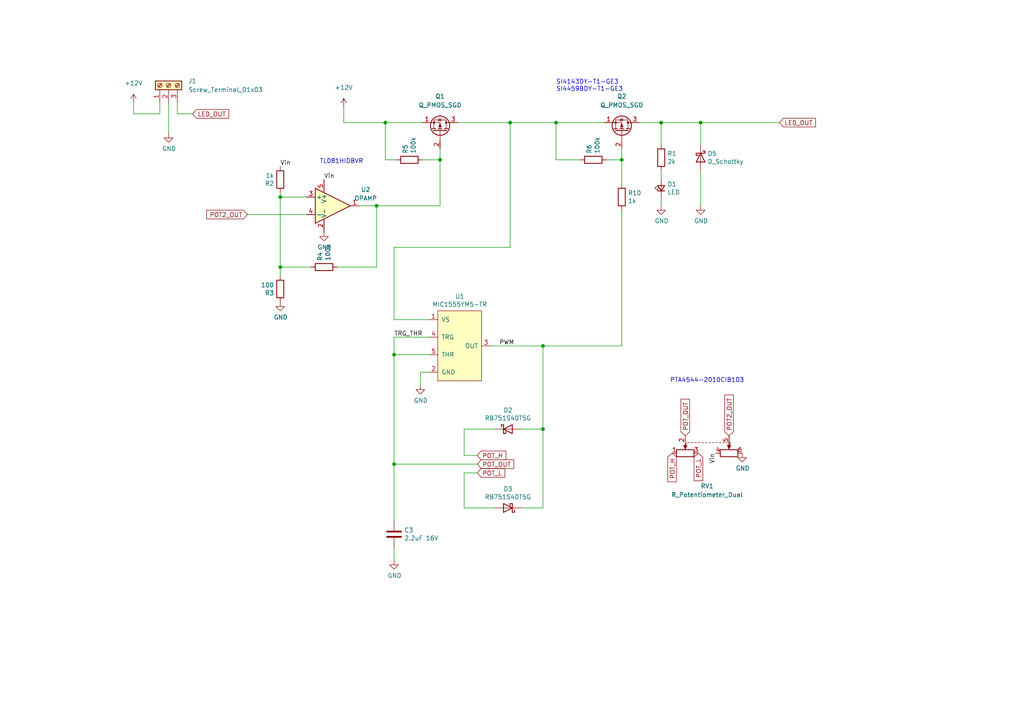
<source format=kicad_sch>
(kicad_sch (version 20211123) (generator eeschema)
  (paper "A4")
  (title_block (title "LED Driver MIDI Fuse Size") (date "2021-03-20") (rev "1") (company "Autonomous WaveRunner") (comment 1 "Noel Daneilsson"))
  (lib_symbols
    (symbol "Connector:Screw_Terminal_01x03" (pin_names (offset 1.016) hide)
      (property "Reference" "J" (at 0 5.08 0))
      (property "Value" "Screw_Terminal_01x03" (at 0 -5.08 0))
      (symbol "Screw_Terminal_01x03_1_1"
        (rectangle (start -1.27 3.81) (end 1.27 -3.81) (stroke (width 0.254)) (fill (type background)))
        (circle (center 0 -2.54) (radius 0.635) (stroke (width 0.1524)))
        (polyline (pts (xy -0.5334 -2.2098) (xy 0.3302 -3.048)) (stroke (width 0.1524)))
        (polyline (pts (xy -0.5334 0.3302) (xy 0.3302 -0.508)) (stroke (width 0.1524)))
        (polyline (pts (xy -0.5334 2.8702) (xy 0.3302 2.032)) (stroke (width 0.1524)))
        (polyline (pts (xy -0.3556 -2.032) (xy 0.508 -2.8702)) (stroke (width 0.1524)))
        (polyline (pts (xy -0.3556 0.508) (xy 0.508 -0.3302)) (stroke (width 0.1524)))
        (polyline (pts (xy -0.3556 3.048) (xy 0.508 2.2098)) (stroke (width 0.1524)))
        (circle (center 0 0) (radius 0.635) (stroke (width 0.1524)))
        (circle (center 0 2.54) (radius 0.635) (stroke (width 0.1524)))
        (pin passive line (at -5.08 2.54 0) (length 3.81) (name "Pin_1") (number "1"))
        (pin passive line (at -5.08 0 0) (length 3.81) (name "Pin_2") (number "2"))
        (pin passive line (at -5.08 -2.54 0) (length 3.81) (name "Pin_3") (number "3"))
      )
    )
    (symbol "Device:C" (pin_numbers hide) (pin_names (offset 0.254))
      (property "Reference" "C" (at 0.635 2.54 0))
      (property "Value" "C" (at 0.635 -2.54 0))
      (symbol "C_0_1"
        (polyline (pts (xy -2.032 -0.762) (xy 2.032 -0.762)) (stroke (width 0.508)))
        (polyline (pts (xy -2.032 0.762) (xy 2.032 0.762)) (stroke (width 0.508)))
      )
      (symbol "C_1_1"
        (pin passive line (at 0 3.81 270) (length 2.794) (name "~") (number "1"))
        (pin passive line (at 0 -3.81 90) (length 2.794) (name "~") (number "2"))
      )
    )
    (symbol "Device:D_Schottky" (pin_numbers hide) (pin_names (offset 1.016) hide)
      (property "Reference" "D" (at 0 2.54 0))
      (property "Value" "D_Schottky" (at 0 -2.54 0))
      (symbol "D_Schottky_0_1"
        (polyline (pts (xy 1.27 0) (xy -1.27 0)))
        (polyline (pts (xy 1.27 1.27) (xy 1.27 -1.27) (xy -1.27 0) (xy 1.27 1.27)) (stroke (width 0.254)))
        (polyline (pts (xy -1.905 0.635) (xy -1.905 1.27) (xy -1.27 1.27) (xy -1.27 -1.27) (xy -0.635 -1.27) (xy -0.635 -0.635)) (stroke (width 0.254)))
      )
      (symbol "D_Schottky_1_1"
        (pin passive line (at -3.81 0 0) (length 2.54) (name "K") (number "1"))
        (pin passive line (at 3.81 0 180) (length 2.54) (name "A") (number "2"))
      )
    )
    (symbol "Device:LED_Small" (pin_numbers hide) (pin_names (offset 0.254) hide)
      (property "Reference" "D" (at -1.27 3.175 0))
      (property "Value" "LED_Small" (at -4.445 -2.54 0))
      (symbol "LED_Small_0_1"
        (polyline (pts (xy -0.762 -1.016) (xy -0.762 1.016)) (stroke (width 0.254)))
        (polyline (pts (xy 1.016 0) (xy -0.762 0)))
        (polyline (pts (xy 0.762 -1.016) (xy -0.762 0) (xy 0.762 1.016) (xy 0.762 -1.016)) (stroke (width 0.254)))
        (polyline (pts (xy 0 0.762) (xy -0.508 1.27) (xy -0.254 1.27) (xy -0.508 1.27) (xy -0.508 1.016)))
        (polyline (pts (xy 0.508 1.27) (xy 0 1.778) (xy 0.254 1.778) (xy 0 1.778) (xy 0 1.524)))
      )
      (symbol "LED_Small_1_1"
        (pin passive line (at -2.54 0 0) (length 1.778) (name "K") (number "1"))
        (pin passive line (at 2.54 0 180) (length 1.778) (name "A") (number "2"))
      )
    )
    (symbol "Device:Q_PMOS_SGD" (pin_names (offset 0) hide)
      (property "Reference" "Q" (at 5.08 1.27 0))
      (property "Value" "Q_PMOS_SGD" (at 5.08 -1.27 0))
      (symbol "Q_PMOS_SGD_0_1"
        (polyline (pts (xy 0.254 0) (xy -2.54 0)))
        (polyline (pts (xy 0.254 1.905) (xy 0.254 -1.905)) (stroke (width 0.254)))
        (polyline (pts (xy 0.762 -1.27) (xy 0.762 -2.286)) (stroke (width 0.254)))
        (polyline (pts (xy 0.762 0.508) (xy 0.762 -0.508)) (stroke (width 0.254)))
        (polyline (pts (xy 0.762 2.286) (xy 0.762 1.27)) (stroke (width 0.254)))
        (polyline (pts (xy 2.54 2.54) (xy 2.54 1.778)))
        (polyline (pts (xy 2.54 -2.54) (xy 2.54 0) (xy 0.762 0)))
        (polyline (pts (xy 0.762 1.778) (xy 3.302 1.778) (xy 3.302 -1.778) (xy 0.762 -1.778)))
        (polyline (pts (xy 2.286 0) (xy 1.27 0.381) (xy 1.27 -0.381) (xy 2.286 0)) (fill (type outline)))
        (polyline (pts (xy 2.794 -0.508) (xy 2.921 -0.381) (xy 3.683 -0.381) (xy 3.81 -0.254)))
        (polyline (pts (xy 3.302 -0.381) (xy 2.921 0.254) (xy 3.683 0.254) (xy 3.302 -0.381)))
        (circle (center 1.651 0) (radius 2.794) (stroke (width 0.254)))
        (circle (center 2.54 -1.778) (radius 0.254) (fill (type outline)))
        (circle (center 2.54 1.778) (radius 0.254) (fill (type outline)))
      )
      (symbol "Q_PMOS_SGD_1_1"
        (pin passive line (at 2.54 -5.08 90) (length 2.54) (name "S") (number "1"))
        (pin input line (at -5.08 0 0) (length 2.54) (name "G") (number "2"))
        (pin passive line (at 2.54 5.08 270) (length 2.54) (name "D") (number "3"))
      )
    )
    (symbol "Device:R" (pin_numbers hide) (pin_names (offset 0))
      (property "Reference" "R" (at 2.032 0 90))
      (property "Value" "R" (at 0 0 90))
      (symbol "R_0_1"
        (rectangle (start -1.016 -2.54) (end 1.016 2.54) (stroke (width 0.254)))
      )
      (symbol "R_1_1"
        (pin passive line (at 0 3.81 270) (length 1.27) (name "~") (number "1"))
        (pin passive line (at 0 -3.81 90) (length 1.27) (name "~") (number "2"))
      )
    )
    (symbol "Device:R_Potentiometer_Dual" (pin_names (offset 1.016) hide)
      (property "Reference" "RV" (at 0 3.81 0))
      (property "Value" "R_Potentiometer_Dual" (at 0 1.905 0))
      (symbol "R_Potentiometer_Dual_0_1"
        (rectangle (start -8.89 -1.524) (end -3.81 -3.556) (stroke (width 0.254)))
        (polyline (pts (xy -6.35 0) (xy -6.35 -1.016)))
        (polyline (pts (xy -6.35 0) (xy -6.35 -1.016)))
        (polyline (pts (xy -6.35 0) (xy -5.842 0.508)))
        (polyline (pts (xy -5.588 0.508) (xy -5.08 0.508)))
        (polyline (pts (xy -4.572 0.508) (xy -4.064 0.508)))
        (polyline (pts (xy -3.556 0.508) (xy -3.048 0.508)))
        (polyline (pts (xy -2.54 0.508) (xy -2.032 0.508)))
        (polyline (pts (xy -1.524 0.508) (xy -1.016 0.508)))
        (polyline (pts (xy -0.508 0.508) (xy 0 0.508)))
        (polyline (pts (xy 0.508 0.508) (xy 1.016 0.508)))
        (polyline (pts (xy 1.524 0.508) (xy 2.032 0.508)))
        (polyline (pts (xy 2.54 0.508) (xy 3.048 0.508)))
        (polyline (pts (xy 3.556 0.508) (xy 4.064 0.508)))
        (polyline (pts (xy 4.572 0.508) (xy 5.08 0.508)))
        (polyline (pts (xy 5.588 0.508) (xy 6.096 0.508)))
        (polyline (pts (xy 6.35 0) (xy 6.35 -1.016)))
        (polyline (pts (xy 6.35 0) (xy 6.35 -1.016)))
        (polyline (pts (xy 6.604 0.508) (xy 6.858 0.508) (xy 6.35 0)))
        (polyline (pts (xy -6.35 -1.397) (xy -6.858 -0.254) (xy -5.842 -0.254) (xy -6.35 -1.397)) (fill (type outline)))
        (polyline (pts (xy 6.35 -1.397) (xy 5.842 -0.254) (xy 6.858 -0.254) (xy 6.35 -1.397)) (fill (type outline)))
        (rectangle (start 3.81 -1.524) (end 8.89 -3.556) (stroke (width 0.254)))
      )
      (symbol "R_Potentiometer_Dual_1_1"
        (pin passive line (at -10.16 -2.54 0) (length 1.27) (name "1") (number "1"))
        (pin passive line (at -6.35 2.54 270) (length 2.54) (name "2") (number "2"))
        (pin passive line (at -2.54 -2.54 180) (length 1.27) (name "3") (number "3"))
        (pin passive line (at 2.54 -2.54 0) (length 1.27) (name "4") (number "4"))
        (pin passive line (at 6.35 2.54 270) (length 2.54) (name "5") (number "5"))
        (pin passive line (at 10.16 -2.54 180) (length 1.27) (name "6") (number "6"))
      )
    )
    (symbol "led_dimmer:OPAMP" (pin_names (offset 0.254))
      (property "Reference" "U" (at 3.81 3.175 0))
      (property "Value" "OPAMP" (at 3.81 -3.175 0))
      (symbol "OPAMP_0_1"
        (polyline (pts (xy 5.08 0) (xy -5.08 5.08) (xy -5.08 -5.08) (xy 5.08 0)) (stroke (width 0.254)) (fill (type background)))
      )
      (symbol "OPAMP_1_1"
        (pin output line (at 7.62 0 180) (length 2.54) (name "~") (number "1"))
        (pin power_in line (at -2.54 -7.62 90) (length 3.81) (name "V-") (number "2"))
        (pin input line (at -7.62 2.54 0) (length 2.54) (name "+") (number "3"))
        (pin input line (at -7.62 -2.54 0) (length 2.54) (name "-") (number "4"))
        (pin power_in line (at -2.54 7.62 270) (length 3.81) (name "V+") (number "5"))
      )
    )
    (symbol "local:MIC1555YM5-TR" (pin_names (offset 1.016))
      (property "Reference" "U" (at -6.35 1.27 0))
      (property "Value" "MIC1555YM5-TR" (at -6.35 -21.59 0))
      (symbol "MIC1555YM5-TR_0_1"
        (rectangle (start -6.35 0) (end 6.35 -20.32) (fill (type background)))
      )
      (symbol "MIC1555YM5-TR_1_1"
        (pin power_in line (at -8.89 -2.54 0) (length 2.54) (name "VS") (number "1"))
        (pin power_in line (at -8.89 -17.78 0) (length 2.54) (name "GND") (number "2"))
        (pin output line (at 8.89 -10.16 180) (length 2.54) (name "OUT") (number "3"))
        (pin input line (at -8.89 -7.62 0) (length 2.54) (name "TRG") (number "4"))
        (pin input line (at -8.89 -12.7 0) (length 2.54) (name "THR") (number "5"))
      )
    )
    (symbol "power:+12V" (power) (pin_names (offset 0))
      (property "Value" "+12V" (at 0 3.556 0))
      (symbol "+12V_0_1"
        (polyline (pts (xy -0.762 1.27) (xy 0 2.54)))
        (polyline (pts (xy 0 0) (xy 0 2.54)))
        (polyline (pts (xy 0 2.54) (xy 0.762 1.27)))
      )
      (symbol "+12V_1_1"
        (pin power_in line (at 0 0 90) (length 0) hide (name "+12V") (number "1"))
      )
    )
    (symbol "power:GND" (power) (pin_names (offset 0))
      (property "Value" "GND" (at 0 -3.81 0))
      (symbol "GND_0_1"
        (polyline (pts (xy 0 0) (xy 0 -1.27) (xy 1.27 -1.27) (xy 0 -2.54) (xy -1.27 -1.27) (xy 0 -1.27)))
      )
      (symbol "GND_1_1"
        (pin power_in line (at 0 0 270) (length 0) hide (name "GND") (number "1"))
      )
    )
  )
  (junction (at 157.48 124.46))
  (junction (at 161.29 35.56))
  (junction (at 114.3 102.87))
  (junction (at 114.3 134.62))
  (junction (at 147.955 35.56))
  (junction (at 203.2 35.56))
  (junction (at 111.76 35.56))
  (junction (at 109.22 59.69))
  (junction (at 81.28 57.15))
  (junction (at 81.28 77.47))
  (junction (at 127.635 46.355))
  (junction (at 157.48 100.33))
  (junction (at 180.34 46.355))
  (junction (at 191.77 35.56))
  (wire (pts (xy 157.48 100.33) (xy 180.34 100.33)))
  (wire (pts (xy 97.79 77.47) (xy 109.22 77.47)))
  (wire (pts (xy 48.895 29.845) (xy 48.895 38.735)))
  (wire (pts (xy 161.29 35.56) (xy 175.26 35.56)))
  (wire (pts (xy 114.3 71.755) (xy 147.955 71.755)))
  (wire (pts (xy 203.2 35.56) (xy 226.06 35.56)))
  (wire (pts (xy 81.28 57.15) (xy 81.28 77.47)))
  (wire (pts (xy 161.29 46.355) (xy 161.29 35.56)))
  (wire (pts (xy 111.76 46.355) (xy 111.76 35.56)))
  (wire (pts (xy 38.735 33.02) (xy 46.355 33.02)))
  (wire (pts (xy 121.92 111.76) (xy 121.92 107.95)))
  (wire (pts (xy 203.2 59.69) (xy 203.2 49.53)))
  (wire (pts (xy 109.22 77.47) (xy 109.22 59.69)))
  (wire (pts (xy 114.935 46.355) (xy 111.76 46.355)))
  (wire (pts (xy 122.555 35.56) (xy 111.76 35.56)))
  (wire (pts (xy 175.895 46.355) (xy 180.34 46.355)))
  (wire (pts (xy 134.62 132.08) (xy 138.43 132.08)))
  (wire (pts (xy 114.3 158.75) (xy 114.3 162.56)))
  (wire (pts (xy 191.77 35.56) (xy 203.2 35.56)))
  (wire (pts (xy 71.755 62.23) (xy 88.9 62.23)))
  (wire (pts (xy 203.2 41.91) (xy 203.2 35.56)))
  (wire (pts (xy 157.48 124.46) (xy 151.13 124.46)))
  (wire (pts (xy 151.13 147.32) (xy 157.48 147.32)))
  (wire (pts (xy 111.76 35.56) (xy 99.695 35.56)))
  (wire (pts (xy 122.555 46.355) (xy 127.635 46.355)))
  (wire (pts (xy 46.355 33.02) (xy 46.355 29.845)))
  (wire (pts (xy 81.28 57.15) (xy 81.28 55.88)))
  (wire (pts (xy 132.715 35.56) (xy 147.955 35.56)))
  (wire (pts (xy 127.635 59.69) (xy 127.635 46.355)))
  (wire (pts (xy 180.34 46.355) (xy 180.34 53.34)))
  (wire (pts (xy 114.3 102.87) (xy 124.46 102.87)))
  (wire (pts (xy 157.48 100.33) (xy 157.48 124.46)))
  (wire (pts (xy 124.46 97.79) (xy 114.3 97.79)))
  (wire (pts (xy 185.42 35.56) (xy 191.77 35.56)))
  (wire (pts (xy 124.46 92.71) (xy 114.3 92.71)))
  (wire (pts (xy 180.34 100.33) (xy 180.34 60.96)))
  (wire (pts (xy 134.62 137.16) (xy 138.43 137.16)))
  (wire (pts (xy 99.695 31.115) (xy 99.695 35.56)))
  (wire (pts (xy 114.3 97.79) (xy 114.3 102.87)))
  (wire (pts (xy 157.48 147.32) (xy 157.48 124.46)))
  (wire (pts (xy 147.955 35.56) (xy 161.29 35.56)))
  (wire (pts (xy 134.62 124.46) (xy 134.62 132.08)))
  (wire (pts (xy 51.435 33.02) (xy 51.435 29.845)))
  (wire (pts (xy 127.635 46.355) (xy 127.635 43.18)))
  (wire (pts (xy 191.77 59.69) (xy 191.77 57.15)))
  (wire (pts (xy 114.3 71.755) (xy 114.3 92.71)))
  (wire (pts (xy 134.62 147.32) (xy 143.51 147.32)))
  (wire (pts (xy 38.735 29.845) (xy 38.735 33.02)))
  (wire (pts (xy 55.88 33.02) (xy 51.435 33.02)))
  (wire (pts (xy 114.3 134.62) (xy 114.3 151.13)))
  (wire (pts (xy 191.77 52.07) (xy 191.77 49.53)))
  (wire (pts (xy 114.3 134.62) (xy 138.43 134.62)))
  (wire (pts (xy 142.24 100.33) (xy 157.48 100.33)))
  (wire (pts (xy 180.34 43.18) (xy 180.34 46.355)))
  (wire (pts (xy 81.28 77.47) (xy 81.28 80.01)))
  (wire (pts (xy 147.955 71.755) (xy 147.955 35.56)))
  (wire (pts (xy 168.275 46.355) (xy 161.29 46.355)))
  (wire (pts (xy 134.62 137.16) (xy 134.62 147.32)))
  (wire (pts (xy 191.77 41.91) (xy 191.77 35.56)))
  (wire (pts (xy 109.22 59.69) (xy 127.635 59.69)))
  (wire (pts (xy 88.9 57.15) (xy 81.28 57.15)))
  (wire (pts (xy 143.51 124.46) (xy 134.62 124.46)))
  (wire (pts (xy 121.92 107.95) (xy 124.46 107.95)))
  (wire (pts (xy 81.28 77.47) (xy 90.17 77.47)))
  (wire (pts (xy 104.14 59.69) (xy 109.22 59.69)))
  (wire (pts (xy 114.3 102.87) (xy 114.3 134.62)))
  (text "TL081HIDBVR" (at 92.71 47.625 0) (effects (font (size 1.27 1.27)) (justify left bottom)))
  (text "PTA4544-2010CIB103" (at 194.31 111.125 0) (effects (font (size 1.27 1.27)) (justify left bottom)))
  (text "SI4143DY-T1-GE3\nSI4459BDY-T1-GE3" (at 161.29 26.67 0) (effects (font (size 1.27 1.27)) (justify left bottom)))
  (label "TRG_THR" (at 114.3 97.79 0))
  (label "Vin" (at 207.645 131.445 270))
  (label "Vin" (at 93.98 52.07 0))
  (label "Vin" (at 81.28 48.26 0))
  (label "PWM" (at 144.78 100.33 0))
  (global_label "POT_H" (shape input) (at 138.43 132.08 0) (property "Intersheet References" "${INTERSHEET_REFS}" (effects hide)))
  (global_label "POT_OUT" (shape input) (at 138.43 134.62 0) (property "Intersheet References" "${INTERSHEET_REFS}" (effects hide)))
  (global_label "POT_L" (shape input) (at 202.565 131.445 270) (property "Intersheet References" "${INTERSHEET_REFS}" (effects hide)))
  (global_label "POT_H" (shape input) (at 194.945 131.445 270) (property "Intersheet References" "${INTERSHEET_REFS}" (effects hide)))
  (global_label "LED_OUT" (shape input) (at 55.88 33.02 0) (property "Intersheet References" "${INTERSHEET_REFS}" (effects hide)))
  (global_label "POT2_OUT" (shape input) (at 71.755 62.23 180) (property "Intersheet References" "${INTERSHEET_REFS}" (effects hide)))
  (global_label "POT2_OUT" (shape input) (at 211.455 126.365 90) (property "Intersheet References" "${INTERSHEET_REFS}" (effects hide)))
  (global_label "LED_OUT" (shape input) (at 226.06 35.56 0) (property "Intersheet References" "${INTERSHEET_REFS}" (effects hide)))
  (global_label "POT_L" (shape input) (at 138.43 137.16 0) (property "Intersheet References" "${INTERSHEET_REFS}" (effects hide)))
  (global_label "POT_OUT" (shape input) (at 198.755 126.365 90) (property "Intersheet References" "${INTERSHEET_REFS}" (effects hide)))
  (symbol (lib_id "local:MIC1555YM5-TR") (at 133.35 90.17 0) (unit 1)
    (property "Reference" "U1" (at 133.35 85.979 0))
    (property "Value" "MIC1555YM5-TR" (at 133.35 88.2904 0))
    (property "Footprint" "Package_TO_SOT_SMD:SOT-23-5" (effects hide))
    (property "Datasheet" "https://ww1.microchip.com/downloads/en/DeviceDoc/MIC1555-57-IttyBitty-RC-Timer-Oscillator-DS20005730B.pdf" (effects hide))
    (property "MPN" "MIC1555YM5-TR" (effects hide))
  )
  (symbol (lib_id "power:GND") (at 121.92 111.76 0) (unit 1)
    (property "Reference" "#PWR03" (effects hide))
    (property "Value" "GND" (at 122.047 116.1542 0))
  )
  (symbol (lib_id "Device:D_Schottky") (at 147.32 124.46 0) (unit 1)
    (property "Reference" "D2" (at 147.32 118.9736 0))
    (property "Value" "RB751S40T5G" (at 147.32 121.285 0))
    (property "Footprint" "Diode_SMD:D_SOD-523" (effects hide))
    (property "Datasheet" "https://eu.mouser.com/datasheet/2/308/RB751S40T1_D-1522635.pdf" (effects hide))
    (property "MPN" "RB751S40T5G" (effects hide))
    (property "Distributor" "Mouser" (effects hide))
    (property "Distributor PN" "863-RB751S40T5G" (effects hide))
  )
  (symbol (lib_id "Device:C") (at 114.3 154.94 0) (unit 1)
    (property "Reference" "C3" (at 117.221 153.7716 0) (effects (justify left)))
    (property "Value" "2.2uF 16V" (at 117.221 156.083 0) (effects (justify left)))
    (property "Footprint" "Capacitor_SMD:C_0603_1608Metric" (effects hide))
  )
  (symbol (lib_id "power:GND") (at 114.3 162.56 0) (unit 1)
    (property "Reference" "#PWR0103" (effects hide))
    (property "Value" "GND" (at 114.427 166.9542 0))
  )
  (symbol (lib_id "Device:D_Schottky") (at 147.32 147.32 180) (unit 1)
    (property "Reference" "D3" (at 147.32 141.8336 0))
    (property "Value" "RB751S40T5G" (at 147.32 144.145 0))
    (property "Footprint" "Diode_SMD:D_SOD-523" (effects hide))
    (property "Datasheet" "https://eu.mouser.com/datasheet/2/308/RB751S40T1_D-1522635.pdf" (effects hide))
    (property "MPN" "RB751S40T5G" (effects hide))
    (property "Distributor" "Mouser" (effects hide))
    (property "Distributor PN" "863-RB751S40T5G" (effects hide))
  )
  (symbol (lib_id "Device:R") (at 180.34 57.15 0) (unit 1)
    (property "Reference" "R10" (at 182.118 55.9816 0) (effects (justify left)))
    (property "Value" "1k" (at 182.118 58.293 0) (effects (justify left)))
    (property "Footprint" "Resistor_SMD:R_0603_1608Metric" (effects hide))
  )
  (symbol (lib_id "Device:D_Schottky") (at 203.2 45.72 270) (unit 1)
    (property "Reference" "D5" (at 205.2066 44.5516 90) (effects (justify left)))
    (property "Value" "D_Schottky" (at 205.2066 46.863 90) (effects (justify left)))
    (property "Footprint" "Diode_SMD:D_SOD-123" (effects hide))
    (property "Datasheet" "https://datasheet.octopart.com/1N5819HW-7-F-Diodes-Inc.-datasheet-8332965.pdf" (effects hide))
    (property "MPN" "1N5819HW" (effects hide))
    (property "Distributor" "Mouser" (effects hide))
    (property "Distributor PN" "621-1N5819HW-F" (effects hide))
  )
  (symbol (lib_id "power:GND") (at 203.2 59.69 0) (unit 1)
    (property "Reference" "#PWR05" (effects hide))
    (property "Value" "GND" (at 203.327 64.0842 0))
  )
  (symbol (lib_id "Device:R") (at 191.77 45.72 0) (unit 1)
    (property "Reference" "R1" (at 193.548 44.5516 0) (effects (justify left)))
    (property "Value" "2k" (at 193.548 46.863 0) (effects (justify left)))
    (property "Footprint" "Resistor_SMD:R_0603_1608Metric" (effects hide))
  )
  (symbol (lib_id "Device:LED_Small") (at 191.77 54.61 90) (unit 1)
    (property "Reference" "D1" (at 193.548 53.4416 90) (effects (justify right)))
    (property "Value" "LED" (at 193.548 55.753 90) (effects (justify right)))
    (property "Footprint" "LED_SMD:LED_0603_1608Metric" (effects hide))
  )
  (symbol (lib_id "power:GND") (at 191.77 59.69 0) (unit 1)
    (property "Reference" "#PWR0104" (effects hide))
    (property "Value" "GND" (at 191.897 64.0842 0))
  )
  (symbol (lib_id "power:GND") (at 93.98 67.31 0) (unit 1)
    (property "Reference" "#PWR0105" (effects hide))
    (property "Value" "GND" (at 94.107 71.7042 0))
  )
  (symbol (lib_id "power:GND") (at 215.265 131.445 0) (unit 1)
    (property "Reference" "#PWR0101" (effects hide))
    (property "Value" "GND" (at 215.392 135.8392 0))
  )
  (symbol (lib_id "Connector:Screw_Terminal_01x03") (at 48.895 24.765 90) (unit 1)
    (property "Reference" "J1" (at 54.61 23.4949 90) (effects (justify right)))
    (property "Value" "Screw_Terminal_01x03" (at 54.61 26.0349 90) (effects (justify right)))
  )
  (symbol (lib_id "power:GND") (at 48.895 38.735 0) (unit 1)
    (property "Reference" "#PWR0106" (effects hide))
    (property "Value" "GND" (at 49.022 43.1292 0))
  )
  (symbol (lib_id "Device:Q_PMOS_SGD") (at 180.34 38.1 270) (mirror x) (unit 1)
    (property "Reference" "Q2" (at 180.34 27.94 90))
    (property "Value" "Q_PMOS_SGD" (at 180.34 30.48 90))
    (property "Footprint" "led_dimmer:SI4143DY-T1-GE3" (effects hide))
  )
  (symbol (lib_id "power:+12V") (at 99.695 31.115 0) (unit 1)
    (property "Reference" "#PWR0108" (effects hide))
    (property "Value" "+12V" (at 99.695 25.4 0))
  )
  (symbol (lib_id "led_dimmer:OPAMP") (at 96.52 59.69 0) (unit 1)
    (property "Reference" "U2" (at 106.045 54.991 0))
    (property "Value" "OPAMP" (at 106.045 57.531 0))
    (property "Footprint" "Package_TO_SOT_SMD:SOT-23-5" (effects hide))
  )
  (symbol (lib_id "Device:Q_PMOS_SGD") (at 127.635 38.1 270) (mirror x) (unit 1)
    (property "Reference" "Q1" (at 127.635 27.94 90))
    (property "Value" "Q_PMOS_SGD" (at 127.635 30.48 90))
    (property "Footprint" "led_dimmer:SI4143DY-T1-GE3" (effects hide))
  )
  (symbol (lib_id "Device:R") (at 81.28 52.07 180) (unit 1)
    (property "Reference" "R2" (at 79.502 53.2384 0) (effects (justify left)))
    (property "Value" "1k" (at 79.502 50.927 0) (effects (justify left)))
    (property "Footprint" "Resistor_SMD:R_0603_1608Metric" (effects hide))
  )
  (symbol (lib_id "power:GND") (at 81.28 87.63 0) (unit 1)
    (property "Reference" "#PWR0102" (effects hide))
    (property "Value" "GND" (at 81.407 92.0242 0))
  )
  (symbol (lib_id "Device:R") (at 172.085 46.355 90) (unit 1)
    (property "Reference" "R6" (at 170.9166 44.577 0) (effects (justify left)))
    (property "Value" "100k" (at 173.228 44.577 0) (effects (justify left)))
    (property "Footprint" "Resistor_SMD:R_0603_1608Metric" (effects hide))
  )
  (symbol (lib_id "Device:R") (at 81.28 83.82 180) (unit 1)
    (property "Reference" "R3" (at 79.502 84.9884 0) (effects (justify left)))
    (property "Value" "100" (at 79.502 82.677 0) (effects (justify left)))
    (property "Footprint" "Resistor_SMD:R_0603_1608Metric" (effects hide))
  )
  (symbol (lib_id "Device:R") (at 118.745 46.355 90) (unit 1)
    (property "Reference" "R5" (at 117.5766 44.577 0) (effects (justify left)))
    (property "Value" "100k" (at 119.888 44.577 0) (effects (justify left)))
    (property "Footprint" "Resistor_SMD:R_0603_1608Metric" (effects hide))
  )
  (symbol (lib_id "Device:R_Potentiometer_Dual") (at 205.105 128.905 0) (unit 1)
    (property "Reference" "RV1" (at 205.105 140.97 0))
    (property "Value" "R_Potentiometer_Dual" (at 205.105 143.51 0))
    (property "Footprint" "led_dimmer:PTA4544-2010CIB103" (effects hide))
  )
  (symbol (lib_id "Device:R") (at 93.98 77.47 90) (unit 1)
    (property "Reference" "R4" (at 92.8116 75.692 0) (effects (justify left)))
    (property "Value" "100k" (at 95.123 75.692 0) (effects (justify left)))
    (property "Footprint" "Resistor_SMD:R_0603_1608Metric" (effects hide))
  )
  (symbol (lib_id "power:+12V") (at 38.735 29.845 0) (unit 1)
    (property "Reference" "#PWR0107" (effects hide))
    (property "Value" "+12V" (at 38.735 24.13 0))
  )
)
</source>
